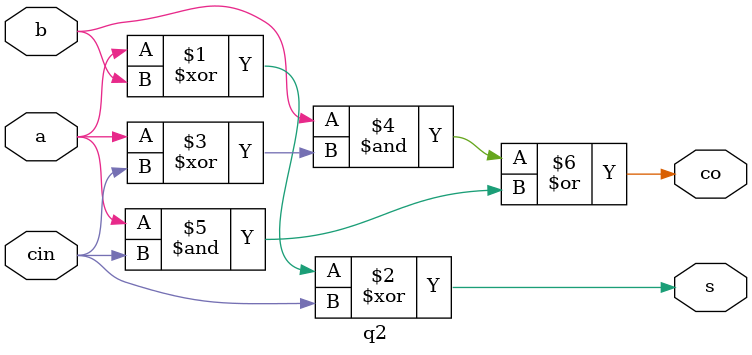
<source format=v>
module q2(a,b,cin,s,co);
input a,b,cin;
output s,co;

assign s=(a^b^cin);
assign co=(b&(a^cin))|(a&cin);

endmodule


</source>
